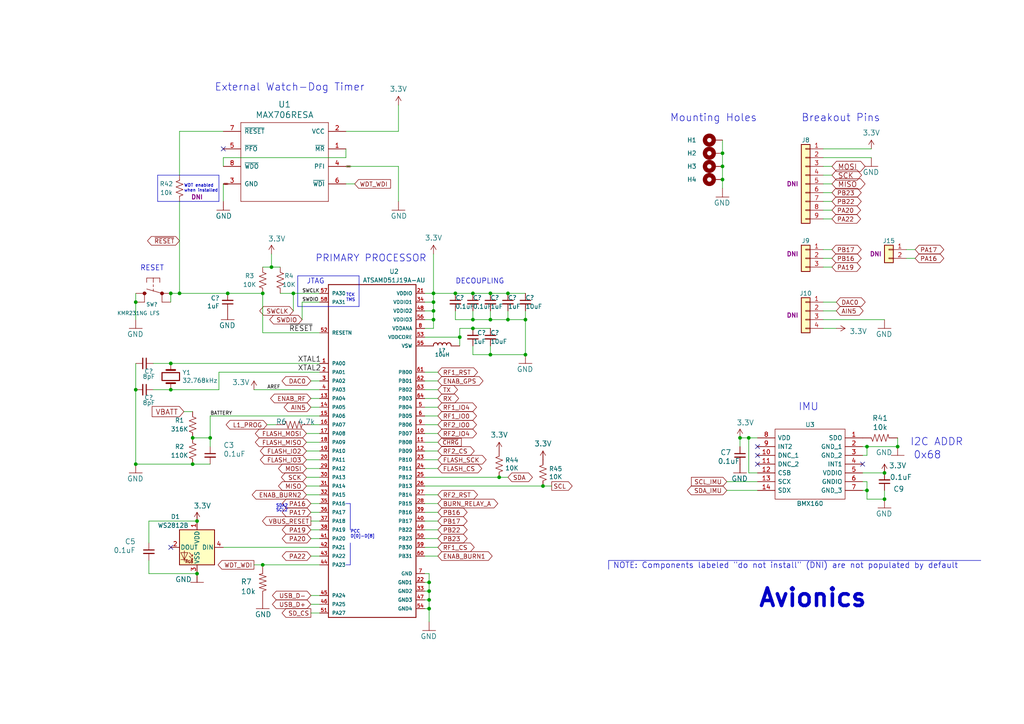
<source format=kicad_sch>
(kicad_sch (version 20230121) (generator eeschema)
  (paper "A4")
  (title_block (title "PyCubed Mainboard") (date "2021-06-09") (rev "v05c") (company "Max Holliday"))
  (junction (at 137.16 95.25))
  (junction (at 142.24 102.87))
  (junction (at 76.2 163.83))
  (junction (at 142.24 85.09))
  (junction (at 147.32 85.09))
  (junction (at 55.88 127))
  (junction (at 124.46 173.99))
  (junction (at 152.4 92.71))
  (junction (at 144.78 138.43))
  (junction (at 251.46 142.24))
  (junction (at 125.73 85.09))
  (junction (at 256.54 137.16))
  (junction (at 39.37 134.62))
  (junction (at 132.08 85.09))
  (junction (at 49.53 85.09))
  (junction (at 256.54 144.78))
  (junction (at 260.35 129.54))
  (junction (at 133.35 97.79))
  (junction (at 125.73 92.71))
  (junction (at 157.48 140.97))
  (junction (at 124.46 176.53))
  (junction (at 209.55 48.26))
  (junction (at 57.15 166.37))
  (junction (at 55.88 134.62))
  (junction (at 125.73 90.17))
  (junction (at 52.07 85.09))
  (junction (at 152.4 102.87))
  (junction (at 209.55 44.45))
  (junction (at 124.46 171.45))
  (junction (at 39.37 87.63))
  (junction (at 124.46 168.91))
  (junction (at 76.2 85.09))
  (junction (at 214.63 127))
  (junction (at 39.37 113.03))
  (junction (at 60.96 127))
  (junction (at 49.53 113.03))
  (junction (at 49.53 105.41))
  (junction (at 125.73 87.63))
  (junction (at 209.55 52.07))
  (junction (at 217.17 127))
  (junction (at 137.16 92.71))
  (junction (at 251.46 129.54))
  (junction (at 78.74 77.47))
  (junction (at 85.09 85.09))
  (junction (at 147.32 92.71))
  (junction (at 137.16 85.09))
  (junction (at 142.24 92.71))
  (junction (at 57.15 151.13))
  (junction (at 66.04 85.09))
  (no_connect (at 219.71 132.08))
  (no_connect (at 219.71 134.62))
  (no_connect (at 250.19 134.62))
  (no_connect (at 49.53 158.75))
  (no_connect (at 64.77 43.18))
  (no_connect (at 219.71 129.54))
  (wire (pts (xy 92.71 123.19) (xy 90.17 123.19)))
  (wire (pts (xy 87.63 87.63) (xy 87.63 92.71)))
  (wire (pts (xy 152.4 92.71) (xy 152.4 102.87)))
  (wire (pts (xy 92.71 161.29) (xy 90.17 161.29)))
  (wire (pts (xy 88.9 125.73) (xy 92.71 125.73)))
  (wire (pts (xy 92.71 115.57) (xy 90.17 115.57)))
  (wire (pts (xy 123.19 173.99) (xy 124.46 173.99)))
  (wire (pts (xy 60.96 129.54) (xy 60.96 127)))
  (wire (pts (xy 43.18 162.56) (xy 43.18 166.37)))
  (polyline (pts (xy 45.72 50.8) (xy 63.5 50.8)))
  (wire (pts (xy 115.57 38.1) (xy 100.33 38.1)))
  (wire (pts (xy 123.19 87.63) (xy 125.73 87.63)))
  (wire (pts (xy 80.01 123.19) (xy 77.47 123.19)))
  (polyline (pts (xy 104.14 88.9) (xy 104.14 80.01)))
  (wire (pts (xy 147.32 92.71) (xy 152.4 92.71)))
  (wire (pts (xy 90.17 177.8) (xy 92.71 177.8)))
  (wire (pts (xy 73.66 113.03) (xy 92.71 113.03)))
  (wire (pts (xy 142.24 92.71) (xy 142.24 90.17)))
  (wire (pts (xy 123.19 156.21) (xy 127 156.21)))
  (wire (pts (xy 238.76 55.88) (xy 241.3 55.88)))
  (wire (pts (xy 125.73 92.71) (xy 125.73 90.17)))
  (wire (pts (xy 53.34 119.38) (xy 55.88 119.38)))
  (wire (pts (xy 52.07 38.1) (xy 52.07 50.8)))
  (wire (pts (xy 39.37 105.41) (xy 39.37 113.03)))
  (wire (pts (xy 132.08 90.17) (xy 132.08 92.71)))
  (wire (pts (xy 123.19 90.17) (xy 125.73 90.17)))
  (wire (pts (xy 238.76 58.42) (xy 241.3 58.42)))
  (wire (pts (xy 251.46 144.78) (xy 256.54 144.78)))
  (wire (pts (xy 49.53 87.63) (xy 49.53 85.09)))
  (polyline (pts (xy 176.53 165.1) (xy 176.53 162.56)))
  (wire (pts (xy 123.19 95.25) (xy 125.73 95.25)))
  (polyline (pts (xy 100.33 146.05) (xy 101.6 146.05)))
  (wire (pts (xy 87.63 87.63) (xy 92.71 87.63)))
  (wire (pts (xy 125.73 90.17) (xy 125.73 87.63)))
  (wire (pts (xy 209.55 48.26) (xy 209.55 52.07)))
  (wire (pts (xy 127 135.89) (xy 123.19 135.89)))
  (wire (pts (xy 52.07 85.09) (xy 66.04 85.09)))
  (wire (pts (xy 123.19 115.57) (xy 127 115.57)))
  (wire (pts (xy 123.19 97.79) (xy 133.35 97.79)))
  (wire (pts (xy 256.54 142.24) (xy 256.54 144.78)))
  (wire (pts (xy 137.16 102.87) (xy 142.24 102.87)))
  (wire (pts (xy 90.17 151.13) (xy 92.71 151.13)))
  (wire (pts (xy 123.19 92.71) (xy 125.73 92.71)))
  (wire (pts (xy 123.19 176.53) (xy 124.46 176.53)))
  (wire (pts (xy 210.82 139.7) (xy 219.71 139.7)))
  (wire (pts (xy 81.28 85.09) (xy 85.09 85.09)))
  (wire (pts (xy 238.76 60.96) (xy 241.3 60.96)))
  (wire (pts (xy 64.77 38.1) (xy 52.07 38.1)))
  (wire (pts (xy 60.96 120.65) (xy 92.71 120.65)))
  (wire (pts (xy 60.96 127) (xy 60.96 120.65)))
  (wire (pts (xy 102.87 53.34) (xy 100.33 53.34)))
  (wire (pts (xy 115.57 48.26) (xy 115.57 58.42)))
  (wire (pts (xy 142.24 85.09) (xy 147.32 85.09)))
  (wire (pts (xy 60.96 134.62) (xy 55.88 134.62)))
  (wire (pts (xy 39.37 87.63) (xy 39.37 92.71)))
  (wire (pts (xy 64.77 158.75) (xy 92.71 158.75)))
  (wire (pts (xy 125.73 87.63) (xy 125.73 85.09)))
  (wire (pts (xy 137.16 95.25) (xy 142.24 95.25)))
  (wire (pts (xy 49.53 105.41) (xy 92.71 105.41)))
  (wire (pts (xy 265.43 74.93) (xy 262.89 74.93)))
  (wire (pts (xy 44.45 105.41) (xy 49.53 105.41)))
  (wire (pts (xy 92.71 148.59) (xy 90.17 148.59)))
  (wire (pts (xy 123.19 151.13) (xy 127 151.13)))
  (wire (pts (xy 123.19 107.95) (xy 127 107.95)))
  (wire (pts (xy 250.19 142.24) (xy 251.46 142.24)))
  (wire (pts (xy 251.46 142.24) (xy 251.46 144.78)))
  (wire (pts (xy 92.71 172.72) (xy 90.17 172.72)))
  (wire (pts (xy 209.55 52.07) (xy 209.55 54.61)))
  (wire (pts (xy 123.19 123.19) (xy 127 123.19)))
  (wire (pts (xy 92.71 133.35) (xy 88.9 133.35)))
  (polyline (pts (xy 86.36 80.01) (xy 86.36 88.9)))
  (wire (pts (xy 209.55 40.64) (xy 209.55 44.45)))
  (wire (pts (xy 127 110.49) (xy 123.19 110.49)))
  (wire (pts (xy 92.71 175.26) (xy 90.17 175.26)))
  (wire (pts (xy 123.19 143.51) (xy 127 143.51)))
  (wire (pts (xy 55.88 134.62) (xy 39.37 134.62)))
  (wire (pts (xy 127 128.27) (xy 123.19 128.27)))
  (wire (pts (xy 238.76 77.47) (xy 241.3 77.47)))
  (wire (pts (xy 137.16 90.17) (xy 137.16 92.71)))
  (wire (pts (xy 250.19 129.54) (xy 251.46 129.54)))
  (wire (pts (xy 133.35 97.79) (xy 133.35 100.33)))
  (wire (pts (xy 92.71 110.49) (xy 90.17 110.49)))
  (wire (pts (xy 49.53 85.09) (xy 52.07 85.09)))
  (wire (pts (xy 124.46 176.53) (xy 124.46 180.34)))
  (polyline (pts (xy 101.6 146.05) (xy 101.6 153.67)))
  (wire (pts (xy 92.71 163.83) (xy 76.2 163.83)))
  (wire (pts (xy 63.5 107.95) (xy 92.71 107.95)))
  (wire (pts (xy 43.18 151.13) (xy 43.18 157.48)))
  (wire (pts (xy 123.19 118.11) (xy 127 118.11)))
  (wire (pts (xy 137.16 92.71) (xy 132.08 92.71)))
  (wire (pts (xy 127 133.35) (xy 123.19 133.35)))
  (polyline (pts (xy 101.6 163.83) (xy 101.6 157.48)))
  (wire (pts (xy 64.77 53.34) (xy 64.77 58.42)))
  (wire (pts (xy 142.24 92.71) (xy 137.16 92.71)))
  (wire (pts (xy 137.16 102.87) (xy 137.16 100.33)))
  (wire (pts (xy 250.19 139.7) (xy 251.46 139.7)))
  (wire (pts (xy 123.19 161.29) (xy 127 161.29)))
  (polyline (pts (xy 104.14 80.01) (xy 86.36 80.01)))
  (wire (pts (xy 124.46 173.99) (xy 124.46 176.53)))
  (wire (pts (xy 85.09 90.17) (xy 85.09 85.09)))
  (wire (pts (xy 124.46 168.91) (xy 124.46 171.45)))
  (polyline (pts (xy 63.5 58.42) (xy 45.72 58.42)))
  (wire (pts (xy 132.08 85.09) (xy 137.16 85.09)))
  (wire (pts (xy 152.4 90.17) (xy 152.4 92.71)))
  (wire (pts (xy 123.19 148.59) (xy 127 148.59)))
  (wire (pts (xy 209.55 44.45) (xy 209.55 48.26)))
  (wire (pts (xy 76.2 77.47) (xy 78.74 77.47)))
  (wire (pts (xy 219.71 137.16) (xy 217.17 137.16)))
  (wire (pts (xy 92.71 96.52) (xy 76.2 96.52)))
  (wire (pts (xy 78.74 77.47) (xy 81.28 77.47)))
  (polyline (pts (xy 176.53 162.56) (xy 284.48 162.56)))
  (wire (pts (xy 88.9 130.81) (xy 92.71 130.81)))
  (wire (pts (xy 92.71 156.21) (xy 90.17 156.21)))
  (wire (pts (xy 133.35 97.79) (xy 133.35 95.25)))
  (wire (pts (xy 251.46 139.7) (xy 251.46 142.24)))
  (wire (pts (xy 127 125.73) (xy 123.19 125.73)))
  (wire (pts (xy 123.19 166.37) (xy 124.46 166.37)))
  (wire (pts (xy 251.46 129.54) (xy 260.35 129.54)))
  (wire (pts (xy 123.19 113.03) (xy 127 113.03)))
  (wire (pts (xy 238.76 74.93) (xy 241.3 74.93)))
  (wire (pts (xy 241.3 48.26) (xy 238.76 48.26)))
  (wire (pts (xy 123.19 138.43) (xy 144.78 138.43)))
  (wire (pts (xy 92.71 118.11) (xy 90.17 118.11)))
  (wire (pts (xy 63.5 113.03) (xy 63.5 107.95)))
  (wire (pts (xy 137.16 85.09) (xy 142.24 85.09)))
  (wire (pts (xy 214.63 129.54) (xy 214.63 127)))
  (wire (pts (xy 39.37 113.03) (xy 39.37 134.62)))
  (wire (pts (xy 142.24 92.71) (xy 147.32 92.71)))
  (wire (pts (xy 123.19 168.91) (xy 124.46 168.91)))
  (polyline (pts (xy 100.33 163.83) (xy 101.6 163.83)))
  (wire (pts (xy 214.63 127) (xy 217.17 127)))
  (wire (pts (xy 210.82 142.24) (xy 219.71 142.24)))
  (wire (pts (xy 76.2 96.52) (xy 76.2 85.09)))
  (polyline (pts (xy 63.5 50.8) (xy 63.5 58.42)))
  (wire (pts (xy 76.2 163.83) (xy 73.66 163.83)))
  (wire (pts (xy 142.24 100.33) (xy 142.24 102.87)))
  (polyline (pts (xy 86.36 88.9) (xy 104.14 88.9)))
  (wire (pts (xy 88.9 128.27) (xy 92.71 128.27)))
  (wire (pts (xy 88.9 140.97) (xy 92.71 140.97)))
  (wire (pts (xy 123.19 158.75) (xy 127 158.75)))
  (wire (pts (xy 133.35 95.25) (xy 137.16 95.25)))
  (wire (pts (xy 147.32 85.09) (xy 152.4 85.09)))
  (wire (pts (xy 242.57 87.63) (xy 238.76 87.63)))
  (wire (pts (xy 238.76 92.71) (xy 256.54 92.71)))
  (wire (pts (xy 238.76 72.39) (xy 241.3 72.39)))
  (wire (pts (xy 147.32 90.17) (xy 147.32 92.71)))
  (wire (pts (xy 123.19 146.05) (xy 127 146.05)))
  (wire (pts (xy 124.46 171.45) (xy 124.46 173.99)))
  (wire (pts (xy 147.32 138.43) (xy 144.78 138.43)))
  (wire (pts (xy 88.9 135.89) (xy 92.71 135.89)))
  (polyline (pts (xy 45.72 58.42) (xy 45.72 50.8)))
  (wire (pts (xy 123.19 85.09) (xy 125.73 85.09)))
  (wire (pts (xy 127 120.65) (xy 123.19 120.65)))
  (wire (pts (xy 142.24 102.87) (xy 152.4 102.87)))
  (wire (pts (xy 39.37 85.09) (xy 39.37 87.63)))
  (wire (pts (xy 260.35 129.54) (xy 260.35 127)))
  (wire (pts (xy 242.57 90.17) (xy 238.76 90.17)))
  (wire (pts (xy 160.02 140.97) (xy 157.48 140.97)))
  (wire (pts (xy 125.73 85.09) (xy 132.08 85.09)))
  (wire (pts (xy 241.3 53.34) (xy 238.76 53.34)))
  (wire (pts (xy 123.19 153.67) (xy 127 153.67)))
  (wire (pts (xy 64.77 45.72) (xy 100.33 45.72)))
  (wire (pts (xy 92.71 143.51) (xy 88.9 143.51)))
  (wire (pts (xy 90.17 146.05) (xy 92.71 146.05)))
  (wire (pts (xy 217.17 137.16) (xy 217.17 127)))
  (wire (pts (xy 123.19 140.97) (xy 157.48 140.97)))
  (wire (pts (xy 251.46 129.54) (xy 251.46 132.08)))
  (wire (pts (xy 43.18 151.13) (xy 57.15 151.13)))
  (wire (pts (xy 100.33 45.72) (xy 100.33 43.18)))
  (wire (pts (xy 217.17 127) (xy 219.71 127)))
  (wire (pts (xy 55.88 127) (xy 60.96 127)))
  (wire (pts (xy 238.76 45.72) (xy 252.73 45.72)))
  (wire (pts (xy 256.54 137.16) (xy 250.19 137.16)))
  (wire (pts (xy 92.71 153.67) (xy 90.17 153.67)))
  (wire (pts (xy 242.57 95.25) (xy 238.76 95.25)))
  (wire (pts (xy 123.19 171.45) (xy 124.46 171.45)))
  (wire (pts (xy 124.46 166.37) (xy 124.46 168.91)))
  (wire (pts (xy 123.19 130.81) (xy 127 130.81)))
  (wire (pts (xy 66.04 85.09) (xy 76.2 85.09)))
  (wire (pts (xy 88.9 138.43) (xy 92.71 138.43)))
  (wire (pts (xy 43.18 166.37) (xy 57.15 166.37)))
  (wire (pts (xy 115.57 38.1) (xy 115.57 30.48)))
  (wire (pts (xy 44.45 113.03) (xy 49.53 113.03)))
  (wire (pts (xy 265.43 72.39) (xy 262.89 72.39)))
  (wire (pts (xy 100.33 48.26) (xy 115.57 48.26)))
  (wire (pts (xy 85.09 85.09) (xy 92.71 85.09)))
  (wire (pts (xy 250.19 132.08) (xy 251.46 132.08)))
  (wire (pts (xy 252.73 43.18) (xy 238.76 43.18)))
  (wire (pts (xy 52.07 58.42) (xy 52.07 85.09)))
  (wire (pts (xy 125.73 85.09) (xy 125.73 73.66)))
  (wire (pts (xy 238.76 63.5) (xy 241.3 63.5)))
  (wire (pts (xy 241.3 50.8) (xy 238.76 50.8)))
  (wire (pts (xy 78.74 73.66) (xy 78.74 77.47)))
  (wire (pts (xy 49.53 113.03) (xy 63.5 113.03)))
  (wire (pts (xy 125.73 95.25) (xy 125.73 92.71)))
  (wire (pts (xy 64.77 48.26) (xy 64.77 45.72)))
  (text "Mounting Holes" (at 194.31 35.56 0) (effects (font (size 2.159 2.159)) (justify left bottom)))
  (text "PRIMARY PROCESSOR" (at 91.44 76.2 0) (effects (font (size 2.0066 2.0066)) (justify left bottom)))
  (text "PCC\nD[0]-D[8]" (at 101.6 156.21 0) (effects (font (size 0.889 0.889)) (justify left bottom)))
  (text "TCK\nTMS" (at 100.33 87.63 0) (effects (font (size 0.889 0.889)) (justify left bottom)))
  (text "SDA2" (at 80.01 147.32 0) (effects (font (size 0.889 0.889)) (justify left bottom)))
  (text "DECOUPLING\n" (at 132.08 82.55 0) (effects (font (size 1.4986 1.4986)) (justify left bottom)))
  (text "SCL2" (at 80.01 148.59 0) (effects (font (size 0.889 0.889)) (justify left bottom)))
  (text "Breakout Pins" (at 232.41 35.56 0) (effects (font (size 2.159 2.159)) (justify left bottom)))
  (text "IMU" (at 237.49 119.38 0) (effects (font (size 2.159 2.159)) (justify right bottom)))
  (text "RESET" (at 40.64 78.74 0) (effects (font (size 1.4986 1.4986)) (justify left bottom)))
  (text "0x68" (at 273.05 133.35 0) (effects (font (size 2.159 2.159)) (justify right bottom)))
  (text "WDT enabled\nwhen installed" (at 53.34 55.88 0) (effects (font (size 0.889 0.889)) (justify left bottom)))
  (text "Avionics" (at 219.71 176.53 0) (effects (font (size 5.08 5.08) (thickness 1.016) bold) (justify left bottom)))
  (text "External Watch-Dog Timer" (at 62.23 26.67 0) (effects (font (size 2.159 2.159)) (justify left bottom)))
  (text "I2C ADDR" (at 279.4 129.54 0) (effects (font (size 2.159 2.159)) (justify right bottom)))
  (text "NOTE: Components labeled \"do not install\" (DNI) are not populated by default" (at 177.8 165.1 0) (effects (font (size 1.651 1.651)) (justify left bottom)))
  (text "JTAG\n" (at 88.9 82.55 0) (effects (font (size 1.4986 1.4986)) (justify left bottom)))
  (label "~{RESET}" (at 83.82 96.52 0) (effects (font (size 1.4986 1.4986))))
  (label "SWDIO" (at 87.63 87.63 0) (effects (font (size 0.9906 0.9906))))
  (label "AREF" (at 77.47 113.03 0) (effects (font (size 1.016 1.016))))
  (label "XTAL1" (at 86.36 105.41 0) (effects (font (size 1.524 1.524))))
  (label "SWCLK" (at 87.63 85.09 0) (effects (font (size 0.9906 0.9906))))
  (label "XTAL2" (at 86.36 107.95 0) (effects (font (size 1.524 1.524))))
  (label "BATTERY" (at 60.96 120.65 0) (effects (font (size 1.016 1.016))))
  (global_label "SDA_IMU" (shape bidirectional) (at 210.82 142.24 180) (property "Intersheetrefs" "${INTERSHEET_REFS}" (effects hide)))
  (global_label "RF1_CS" (shape bidirectional) (at 127 158.75 0) (property "Intersheetrefs" "${INTERSHEET_REFS}" (effects hide)))
  (global_label "MOSI" (shape bidirectional) (at 88.9 135.89 180) (property "Intersheetrefs" "${INTERSHEET_REFS}" (effects hide)))
  (global_label "AIN5" (shape bidirectional) (at 242.57 90.17 0) (property "Intersheetrefs" "${INTERSHEET_REFS}" (effects hide)))
  (global_label "SCL" (shape output) (at 160.02 140.97 0) (property "Intersheetrefs" "${INTERSHEET_REFS}" (effects hide)))
  (global_label "SD_CS" (shape output) (at 90.17 177.8 180) (property "Intersheetrefs" "${INTERSHEET_REFS}" (effects hide)))
  (global_label "WDT_WDI" (shape output) (at 73.66 163.83 180) (property "Intersheetrefs" "${INTERSHEET_REFS}" (effects hide)))
  (global_label "RF1_RST" (shape bidirectional) (at 127 107.95 0) (property "Intersheetrefs" "${INTERSHEET_REFS}" (effects hide)))
  (global_label "PB23" (shape bidirectional) (at 241.3 55.88 0) (property "Intersheetrefs" "${INTERSHEET_REFS}" (effects hide)))
  (global_label "~{CHRG}" (shape input) (at 127 128.27 0) (effects (font (size 1.143 1.143))) (property "Intersheetrefs" "${INTERSHEET_REFS}" (effects hide)))
  (global_label "MISO" (shape bidirectional) (at 241.3 53.34 0) (effects (font (size 1.4986 1.4986))) (property "Intersheetrefs" "${INTERSHEET_REFS}" (effects hide)))
  (global_label "PA17" (shape bidirectional) (at 90.17 148.59 180) (property "Intersheetrefs" "${INTERSHEET_REFS}" (effects hide)))
  (global_label "SCL_IMU" (shape input) (at 210.82 139.7 180) (property "Intersheetrefs" "${INTERSHEET_REFS}" (effects hide)))
  (global_label "MOSI" (shape bidirectional) (at 241.3 48.26 0) (effects (font (size 1.4986 1.4986))) (property "Intersheetrefs" "${INTERSHEET_REFS}" (effects hide)))
  (global_label "FLASH_SCK" (shape bidirectional) (at 127 133.35 0) (property "Intersheetrefs" "${INTERSHEET_REFS}" (effects hide)))
  (global_label "PB16" (shape bidirectional) (at 127 148.59 0) (property "Intersheetrefs" "${INTERSHEET_REFS}" (effects hide)))
  (global_label "PA16" (shape bidirectional) (at 90.17 146.05 180) (property "Intersheetrefs" "${INTERSHEET_REFS}" (effects hide)))
  (global_label "SWDIO" (shape bidirectional) (at 87.63 92.71 180) (property "Intersheetrefs" "${INTERSHEET_REFS}" (effects hide)))
  (global_label "ENAB_RF" (shape bidirectional) (at 90.17 115.57 180) (property "Intersheetrefs" "${INTERSHEET_REFS}" (effects hide)))
  (global_label "GND" (shape bidirectional) (at 100.33 48.26 0) (effects (font (size 0.254 0.254))) (property "Intersheetrefs" "${INTERSHEET_REFS}" (effects hide)))
  (global_label "SCK" (shape bidirectional) (at 241.3 50.8 0) (effects (font (size 1.4986 1.4986))) (property "Intersheetrefs" "${INTERSHEET_REFS}" (effects hide)))
  (global_label "PA16" (shape bidirectional) (at 265.43 74.93 0) (property "Intersheetrefs" "${INTERSHEET_REFS}" (effects hide)))
  (global_label "PB22" (shape bidirectional) (at 127 153.67 0) (property "Intersheetrefs" "${INTERSHEET_REFS}" (effects hide)))
  (global_label "PB23" (shape bidirectional) (at 127 156.21 0) (property "Intersheetrefs" "${INTERSHEET_REFS}" (effects hide)))
  (global_label "PB22" (shape bidirectional) (at 241.3 58.42 0) (property "Intersheetrefs" "${INTERSHEET_REFS}" (effects hide)))
  (global_label "PA20" (shape bidirectional) (at 90.17 156.21 180) (property "Intersheetrefs" "${INTERSHEET_REFS}" (effects hide)))
  (global_label "FLASH_MISO" (shape bidirectional) (at 88.9 128.27 180) (property "Intersheetrefs" "${INTERSHEET_REFS}" (effects hide)))
  (global_label "RF2_IO0" (shape bidirectional) (at 127 123.19 0) (property "Intersheetrefs" "${INTERSHEET_REFS}" (effects hide)))
  (global_label "WDT_WDI" (shape input) (at 102.87 53.34 0) (property "Intersheetrefs" "${INTERSHEET_REFS}" (effects hide)))
  (global_label "RF2_RST" (shape bidirectional) (at 127 143.51 0) (property "Intersheetrefs" "${INTERSHEET_REFS}" (effects hide)))
  (global_label "SDA" (shape bidirectional) (at 147.32 138.43 0) (property "Intersheetrefs" "${INTERSHEET_REFS}" (effects hide)))
  (global_label "PA20" (shape bidirectional) (at 241.3 60.96 0) (property "Intersheetrefs" "${INTERSHEET_REFS}" (effects hide)))
  (global_label "BURN_RELAY_A" (shape bidirectional) (at 127 146.05 0) (property "Intersheetrefs" "${INTERSHEET_REFS}" (effects hide)))
  (global_label "PB16" (shape bidirectional) (at 241.3 74.93 0) (property "Intersheetrefs" "${INTERSHEET_REFS}" (effects hide)))
  (global_label "PB17" (shape bidirectional) (at 241.3 72.39 0) (property "Intersheetrefs" "${INTERSHEET_REFS}" (effects hide)))
  (global_label "TX" (shape bidirectional) (at 127 113.03 0) (property "Intersheetrefs" "${INTERSHEET_REFS}" (effects hide)))
  (global_label "RF2_IO4" (shape bidirectional) (at 127 125.73 0) (property "Intersheetrefs" "${INTERSHEET_REFS}" (effects hide)))
  (global_label "SWCLK" (shape bidirectional) (at 85.09 90.17 180) (property "Intersheetrefs" "${INTERSHEET_REFS}" (effects hide)))
  (global_label "RX" (shape bidirectional) (at 127 115.57 0) (property "Intersheetrefs" "${INTERSHEET_REFS}" (effects hide)))
  (global_label "FLASH_IO3" (shape bidirectional) (at 88.9 133.35 180) (property "Intersheetrefs" "${INTERSHEET_REFS}" (effects hide)))
  (global_label "PA17" (shape bidirectional) (at 265.43 72.39 0) (property "Intersheetrefs" "${INTERSHEET_REFS}" (effects hide)))
  (global_label "VBUS_RESET" (shape output) (at 90.17 151.13 180) (property "Intersheetrefs" "${INTERSHEET_REFS}" (effects hide)))
  (global_label "ENAB_GPS" (shape bidirectional) (at 127 110.49 0) (property "Intersheetrefs" "${INTERSHEET_REFS}" (effects hide)))
  (global_label "~{RESET}" (shape bidirectional) (at 52.07 69.85 180) (property "Intersheetrefs" "${INTERSHEET_REFS}" (effects hide)))
  (global_label "PA19" (shape bidirectional) (at 90.17 153.67 180) (property "Intersheetrefs" "${INTERSHEET_REFS}" (effects hide)))
  (global_label "RF2_CS" (shape bidirectional) (at 127 130.81 0) (property "Intersheetrefs" "${INTERSHEET_REFS}" (effects hide)))
  (global_label "GND" (shape bidirectional) (at 64.77 53.34 0) (effects (font (size 0.254 0.254))) (property "Intersheetrefs" "${INTERSHEET_REFS}" (effects hide)))
  (global_label "AIN5" (shape bidirectional) (at 90.17 118.11 180) (property "Intersheetrefs" "${INTERSHEET_REFS}" (effects hide)))
  (global_label "PA22" (shape bidirectional) (at 90.17 161.29 180) (property "Intersheetrefs" "${INTERSHEET_REFS}" (effects hide)))
  (global_label "RF1_IO0" (shape bidirectional) (at 127 120.65 0) (property "Intersheetrefs" "${INTERSHEET_REFS}" (effects hide)))
  (global_label "ENAB_BURN1" (shape bidirectional) (at 127 161.29 0) (property "Intersheetrefs" "${INTERSHEET_REFS}" (effects hide)))
  (global_label "PB17" (shape bidirectional) (at 127 151.13 0) (property "Intersheetrefs" "${INTERSHEET_REFS}" (effects hide)))
  (global_label "FLASH_IO2" (shape bidirectional) (at 88.9 130.81 180) (property "Intersheetrefs" "${INTERSHEET_REFS}" (effects hide)))
  (global_label "L1_PROG" (shape bidirectional) (at 77.47 123.19 180) (property "Intersheetrefs" "${INTERSHEET_REFS}" (effects hide)))
  (global_label "FLASH_CS" (shape bidirectional) (at 127 135.89 0) (property "Intersheetrefs" "${INTERSHEET_REFS}" (effects hide)))
  (global_label "SCK" (shape bidirectional) (at 88.9 138.43 180) (property "Intersheetrefs" "${INTERSHEET_REFS}" (effects hide)))
  (global_label "DAC0" (shape bidirectional) (at 242.57 87.63 0) (property "Intersheetrefs" "${INTERSHEET_REFS}" (effects hide)))
  (global_label "MISO" (shape bidirectional) (at 88.9 140.97 180) (property "Intersheetrefs" "${INTERSHEET_REFS}" (effects hide)))
  (global_label "RF1_IO4" (shape bidirectional) (at 127 118.11 0) (property "Intersheetrefs" "${INTERSHEET_REFS}" (effects hide)))
  (global_label "VBATT" (shape input) (at 53.34 119.38 180) (effects (font (size 1.4986 1.4986))) (property "Intersheetrefs" "${INTERSHEET_REFS}" (effects hide)))
  (global_label "DAC0" (shape bidirectional) (at 90.17 110.49 180) (property "Intersheetrefs" "${INTERSHEET_REFS}" (effects hide)))
  (global_label "PA19" (shape bidirectional) (at 241.3 77.47 0) (property "Intersheetrefs" "${INTERSHEET_REFS}" (effects hide)))
  (global_label "PA22" (shape bidirectional) (at 241.3 63.5 0) (property "Intersheetrefs" "${INTERSHEET_REFS}" (effects hide)))
  (global_label "ENAB_BURN2" (shape bidirectional) (at 88.9 143.51 180) (property "Intersheetrefs" "${INTERSHEET_REFS}" (effects hide)))
  (global_label "USB_D-" (shape bidirectional) (at 90.17 172.72 180) (property "Intersheetrefs" "${INTERSHEET_REFS}" (effects hide)))
  (global_label "FLASH_MOSI" (shape bidirectional) (at 88.9 125.73 180) (property "Intersheetrefs" "${INTERSHEET_REFS}" (effects hide)))
  (global_label "USB_D+" (shape bidirectional) (at 90.17 175.26 180) (property "Intersheetrefs" "${INTERSHEET_REFS}" (effects hide)))
  (symbol (lib_id "mainboard:GND") (at 64.77 60.96 0) (mirror y) (unit 1)
    (property "Reference" "#GND06" (effects hide))
    (property "Value" "GND" (at 67.31 63.5 0) (effects (font (size 1.4986 1.4986)) (justify left bottom)))
    (instances (project "mainboard" (path "" (reference "#GND06") (unit 1)) (path "" (reference "#GND?") (unit 1))))
  )
  (symbol (lib_id "mainboard:3.3V") (at 115.57 30.48 0) (mirror y) (unit 1)
    (property "Reference" "#SUPPLY01" (effects hide))
    (property "Value" "3.3V" (at 118.11 26.67 0) (effects (font (size 1.4986 1.4986)) (justify left bottom)))
    (instances (project "mainboard" (path "" (reference "#SUPPLY01") (unit 1)) (path "" (reference "#SUPPLY?") (unit 1))))
  )
  (symbol (lib_id "mainboard:C_Small") (at 256.54 139.7 0) (mirror x) (unit 1)
    (property "Reference" "C9" (at 259.08 140.97 0) (effects (font (size 1.4986 1.4986)) (justify left bottom)))
    (property "Value" "0.1uF" (at 258.064 137.541 0) (effects (font (size 1.4986 1.4986)) (justify left bottom)))
    (property "Footprint" "Capacitor_SMD:C_0603_1608Metric" (effects hide))
    (property "Description" "0.1uF +-10% 50V X7R 0603" (effects hide))
    (instances (project "mainboard" (path "" (reference "C9") (unit 1)) (path "" (reference "C?") (unit 1))))
  )
  (symbol (lib_id "mainboard:GND") (at 76.2 176.53 0) (mirror y) (unit 1)
    (property "Reference" "#GND010" (effects hide))
    (property "Value" "GND" (at 78.74 179.07 0) (effects (font (size 1.4986 1.4986)) (justify left bottom)))
    (instances (project "mainboard" (path "" (reference "#GND010") (unit 1)) (path "" (reference "#GND?") (unit 1))))
  )
  (symbol (lib_id "mainboard:C_Small") (at 152.4 87.63 0) (unit 1)
    (property "Reference" "C?" (at 152.4 86.36 0) (effects (justify left)))
    (property "Value" "10uF" (at 152.4 88.9 0) (effects (justify left)))
    (property "Footprint" "Capacitor_SMD:C_0603_1608Metric" (effects hide))
    (property "Description" "10uF +-20% 10V X5R" (effects hide))
    (instances (project "mainboard" (path "" (reference "C?") (unit 1)) (path "" (reference "C16") (unit 1))))
  )
  (symbol (lib_id "mainboard:C_Small") (at 147.32 87.63 0) (unit 1)
    (property "Reference" "C?" (at 147.32 86.36 0) (effects (justify left)))
    (property "Value" "1uF" (at 147.32 88.9 0) (effects (justify left)))
    (property "Footprint" "Capacitor_SMD:C_0603_1608Metric" (effects hide))
    (property "Description" "1uF 0603 X7R" (effects hide))
    (instances (project "mainboard" (path "" (reference "C?") (unit 1)) (path "" (reference "C15") (unit 1))))
  )
  (symbol (lib_id "mainboard:C_Small") (at 142.24 87.63 0) (unit 1)
    (property "Reference" "C?" (at 142.24 86.36 0) (effects (justify left)))
    (property "Value" "1uF" (at 142.24 88.9 0) (effects (justify left)))
    (property "Footprint" "Capacitor_SMD:C_0603_1608Metric" (effects hide))
    (property "Description" "1uF 0603 X7R" (effects hide))
    (instances (project "mainboard" (path "" (reference "C?") (unit 1)) (path "" (reference "C13") (unit 1))))
  )
  (symbol (lib_id "mainboard:C_Small") (at 66.04 87.63 0) (mirror x) (unit 1)
    (property "Reference" "C?" (at 63.7032 86.4616 0) (effects (justify right)))
    (property "Value" "1uF" (at 63.7032 88.773 0) (effects (justify right)))
    (property "Footprint" "Capacitor_SMD:C_0603_1608Metric" (effects hide))
    (property "Description" "1uF 0603 X7R" (effects hide))
    (instances (project "mainboard" (path "" (reference "C?") (unit 1)) (path "" (reference "C4") (unit 1))))
  )
  (symbol (lib_id "mainboard:C_Small") (at 137.16 97.79 0) (mirror x) (unit 1)
    (property "Reference" "C?" (at 140.97 96.52 0) (effects (justify right)))
    (property "Value" "1uF" (at 140.97 99.06 0) (effects (justify right)))
    (property "Footprint" "Capacitor_SMD:C_0603_1608Metric" (effects hide))
    (property "Description" "1uF 0603 X7R" (effects hide))
    (instances (project "mainboard" (path "" (reference "C?") (unit 1)) (path "" (reference "C12") (unit 1))))
  )
  (symbol (lib_id "mainboard:INDUCTOR-Adafruit_Feather_M4_Express-eagle-import-lab64_SAM32-rescue-SAMD-10-rescue-SAM32-rescue") (at 128.27 100.33 0) (mirror y) (unit 1)
    (property "Reference" "L?" (at 128.27 101.6 0) (effects (font (size 1.0668 1.0668))))
    (property "Value" "10uH" (at 128.27 102.87 0) (effects (font (size 1.0668 1.0668))))
    (property "Footprint" "Inductor_SMD:L_0805_2012Metric_Pad1.15x1.40mm_HandSolder" (effects hide))
    (property "Description" "10uH Unshielded 0805" (effects hide))
    (property "Flight" "MGFL2012F100MT-LF" (effects hide))
    (property "Manufacturer_Name" "MicroGate" (effects hide))
    (property "Manufacturer_Part_Number" "MGFL2012F100MT-LF" (effects hide))
    (property "Proto" "MGFL2012F100MT-LF" (effects hide))
    (instances (project "mainboard" (path "" (reference "L?") (unit 1)) (path "" (reference "L1") (unit 1))))
  )
  (symbol (lib_id "mainboard:C_Small") (at 142.24 97.79 0) (mirror y) (unit 1)
    (property "Reference" "C?" (at 142.24 96.52 0) (effects (justify right)))
    (property "Value" "10uF" (at 142.24 99.06 0) (effects (justify right)))
    (property "Footprint" "Capacitor_SMD:C_0603_1608Metric" (effects hide))
    (property "Description" "10uF +-20% 10V X5R" (effects hide))
    (instances (project "mainboard" (path "" (reference "C?") (unit 1)) (path "" (reference "C14") (unit 1))))
  )
  (symbol (lib_id "mainboard:SWITCH_SMT4.6X2.8") (at 44.45 85.09 0) (mirror y) (unit 1)
    (property "Reference" "SW?" (at 45.72 88.9 0) (effects (font (size 1.0668 1.0668)) (justify left bottom)))
    (property "Value" "KMR231NG LFS" (at 46.355 91.44 0) (effects (font (size 1.0668 1.0668)) (justify left bottom)))
    (property "Footprint" "mainboard:BTN_KMR2_4.6X2.8" (effects hide))
    (property "Datasheet" "https://www.ckswitches.com/media/1479/kmr2.pdf" (effects hide))
    (property "Description" "Tactile Switch SPST-NO" (effects hide))
    (property "Flight" "KMR231NG LFS" (effects hide))
    (property "Manufacturer_Name" "C&K" (effects hide))
    (property "Manufacturer_Part_Number" "KMR231NG LFS" (effects hide))
    (property "Proto" "KMR231NG LFS" (effects hide))
    (instances (project "mainboard" (path "" (reference "SW?") (unit 1)) (path "" (reference "SW1") (unit 1))))
  )
  (symbol (lib_id "mainboard:C_Small") (at 41.91 105.41 270) (mirror x) (unit 1)
    (property "Reference" "C?" (at 43.1546 107.696 90))
    (property "Value" "8pF" (at 43.18 109.22 90))
    (property "Footprint" "Capacitor_SMD:C_0603_1608Metric" (effects hide))
    (property "Description" "8pF +-0.25pF 50V C0G 0603" (effects hide))
    (instances (project "mainboard" (path "" (reference "C?") (unit 1)) (path "" (reference "C1") (unit 1))))
  )
  (symbol (lib_id "mainboard:C_Small") (at 41.91 113.03 270) (mirror x) (unit 1)
    (property "Reference" "C?" (at 43.1546 115.316 90))
    (property "Value" "8pF" (at 43.18 116.84 90))
    (property "Footprint" "Capacitor_SMD:C_0603_1608Metric" (effects hide))
    (property "Description" "8pF +-0.25pF 50V C0G 0603" (effects hide))
    (instances (project "mainboard" (path "" (reference "C?") (unit 1)) (path "" (reference "C2") (unit 1))))
  )
  (symbol (lib_id "Device:R_US") (at 55.88 123.19 0) (unit 1)
    (property "Reference" "R1" (at 52.07 121.92 0))
    (property "Value" "316K" (at 52.07 124.46 0))
    (property "Footprint" "Resistor_SMD:R_0603_1608Metric" (effects hide))
    (property "Description" "316K 0603" (effects hide))
  )
  (symbol (lib_id "Device:R_US") (at 81.28 81.28 0) (unit 1)
    (property "Reference" "R4" (at 83.82 80.01 0))
    (property "Value" "10K" (at 83.82 82.55 0))
    (property "Footprint" "Resistor_SMD:R_0603_1608Metric" (effects hide))
    (property "Description" "10K 0603" (effects hide))
  )
  (symbol (lib_id "Device:R_US") (at 76.2 81.28 0) (unit 1)
    (property "Reference" "R3" (at 72.39 80.01 0))
    (property "Value" "10K" (at 72.39 82.55 0))
    (property "Footprint" "Resistor_SMD:R_0603_1608Metric" (effects hide))
    (property "Description" "10K 0603" (effects hide))
  )
  (symbol (lib_id "Device:R_US") (at 55.88 130.81 180) (unit 1)
    (property "Reference" "R2" (at 52.07 129.54 0))
    (property "Value" "110K" (at 52.07 132.08 0))
    (property "Footprint" "Resistor_SMD:R_0603_1608Metric" (effects hide))
    (property "Description" "110K 0603" (effects hide))
  )
  (symbol (lib_name "ATSAMD51J20A-AU-ATSAMD51J20A-AU-lab64_SAM32-rescue-lab64_SAM32-rescue-SAMD-10-rescue-SAM32-rescue_2") (lib_id "mainboard:ATSAMD51J20A-AU-ATSAMD51J20A-AU-lab64_SAM32-rescue-lab64_SAM32-rescue-SAMD-10-rescue-SAM32-rescue") (at 107.95 130.81 0) (unit 1)
    (property "Reference" "U2" (at 114.3 78.74 0))
    (property "Value" "ATSAMD51J19A-AU" (at 114.3 81.28 0))
    (property "Footprint" "mainboard:QFP50P1200X1200X120-64N" (effects hide))
    (property "Datasheet" "https://ww1.microchip.com/downloads/en/DeviceDoc/SAM_D5x_E5x_Family_Data_Sheet_DS60001507G.pdf" (effects hide))
    (property "Description" "Microcontroller" (effects hide))
    (property "Flight" "ATSAMD51J19A-AU" (effects hide))
    (property "Manufacturer_Name" "Microchip Technology" (effects hide))
    (property "Manufacturer_Part_Number" "ATSAMD51J19A-AU" (effects hide))
    (property "Proto" "ATSAMD51J19A-AU" (effects hide))
  )
  (symbol (lib_id "mainboard:C_Small") (at 137.16 87.63 0) (unit 1)
    (property "Reference" "C?" (at 137.16 86.36 0) (effects (justify left)))
    (property "Value" "0.1uF" (at 137.16 88.9 0) (effects (justify left)))
    (property "Footprint" "Capacitor_SMD:C_0603_1608Metric" (effects hide))
    (property "Description" "0.1uF +-10% 50V X7R 0603" (effects hide))
    (instances (project "mainboard" (path "" (reference "C?") (unit 1)) (path "" (reference "C11") (unit 1))))
  )
  (symbol (lib_id "mainboard:3.3V") (at 125.73 73.66 0) (unit 1)
    (property "Reference" "#SUPPLY04" (effects hide))
    (property "Value" "3.3V" (at 123.19 69.85 0) (effects (font (size 1.4986 1.4986)) (justify left bottom)))
    (instances (project "mainboard" (path "" (reference "#SUPPLY04") (unit 1)) (path "" (reference "#SUPPLY?") (unit 1))))
  )
  (symbol (lib_id "mainboard:3.3V") (at 78.74 73.66 0) (unit 1)
    (property "Reference" "#SUPPLY02" (effects hide))
    (property "Value" "3.3V" (at 77.724 70.104 0) (effects (font (size 1.4986 1.4986)) (justify left bottom)))
    (instances (project "mainboard" (path "" (reference "#SUPPLY02") (unit 1)) (path "" (reference "#SUPPLY?") (unit 1))))
  )
  (symbol (lib_id "mainboard:GND") (at 124.46 182.88 0) (unit 1)
    (property "Reference" "#GND08" (effects hide))
    (property "Value" "GND" (at 121.92 185.42 0) (effects (font (size 1.4986 1.4986)) (justify left bottom)))
    (instances (project "mainboard" (path "" (reference "#GND08") (unit 1)) (path "" (reference "#GND?") (unit 1))))
  )
  (symbol (lib_id "mainboard:GND") (at 57.15 168.91 0) (unit 1)
    (property "Reference" "#GND05" (effects hide))
    (property "Value" "GND" (at 50.8 168.91 0) (effects (font (size 1.4986 1.4986)) (justify left bottom)))
    (instances (project "mainboard" (path "" (reference "#GND05") (unit 1)) (path "" (reference "#GND?") (unit 1))))
  )
  (symbol (lib_id "mainboard:GND") (at 152.4 105.41 0) (unit 1)
    (property "Reference" "#GND09" (effects hide))
    (property "Value" "GND" (at 149.86 107.95 0) (effects (font (size 1.4986 1.4986)) (justify left bottom)))
    (instances (project "mainboard" (path "" (reference "#GND09") (unit 1)) (path "" (reference "#GND?") (unit 1))))
  )
  (symbol (lib_id "mainboard:GND") (at 66.04 92.71 0) (unit 1)
    (property "Reference" "#GND04" (effects hide))
    (property "Value" "GND" (at 63.5 95.25 0) (effects (font (size 1.4986 1.4986)) (justify left bottom)))
    (instances (project "mainboard" (path "" (reference "#GND04") (unit 1)) (path "" (reference "#GND?") (unit 1))))
  )
  (symbol (lib_id "mainboard:GND") (at 39.37 137.16 0) (unit 1)
    (property "Reference" "#GND03" (effects hide))
    (property "Value" "GND" (at 36.83 139.7 0) (effects (font (size 1.4986 1.4986)) (justify left bottom)))
    (instances (project "mainboard" (path "" (reference "#GND03") (unit 1)) (path "" (reference "#GND?") (unit 1))))
  )
  (symbol (lib_id "mainboard:GND") (at 39.37 95.25 0) (unit 1)
    (property "Reference" "#GND02" (effects hide))
    (property "Value" "GND" (at 36.83 97.79 0) (effects (font (size 1.4986 1.4986)) (justify left bottom)))
    (instances (project "mainboard" (path "" (reference "#GND02") (unit 1)) (path "" (reference "#GND?") (unit 1))))
  )
  (symbol (lib_id "mainboard:C_Small") (at 60.96 132.08 0) (mirror y) (unit 1)
    (property "Reference" "C3" (at 64.77 128.27 0) (effects (font (size 1.4986 1.4986)) (justify right top)))
    (property "Value" "0.1uF" (at 64.77 130.81 0) (effects (font (size 1.4986 1.4986)) (justify right top)))
    (property "Footprint" "Capacitor_SMD:C_0603_1608Metric" (effects hide))
    (property "Description" "0.1uF +-10% 50V X7R 0603" (effects hide))
    (instances (project "mainboard" (path "" (reference "C3") (unit 1)) (path "" (reference "C?") (unit 1))))
  )
  (symbol (lib_id "mainboard:3.3V") (at 73.66 113.03 0) (unit 1)
    (property "Reference" "#SUPPLY0101" (effects hide))
    (property "Value" "3.3V" (at 67.31 111.76 0) (effects (font (size 1.4986 1.4986)) (justify left bottom)))
    (instances (project "mainboard" (path "" (reference "#SUPPLY0101") (unit 1)) (path "" (reference "#SUPPLY?") (unit 1))))
  )
  (symbol (lib_id "Connector_Generic:Conn_01x09") (at 233.68 53.34 0) (mirror y) (unit 1)
    (property "Reference" "J8" (at 233.68 40.64 0))
    (property "Value" "Conn_01x09" (effects hide))
    (property "Footprint" "Connector_PinHeader_2.54mm:PinHeader_1x09_P2.54mm_Vertical" (effects hide))
    (property "DNI" "DNI" (at 229.87 53.34 0) (effects (font bold)))
    (property "Description" "Vertical Header - 0.1in (2.54mm)" (effects hide))
  )
  (symbol (lib_id "mainboard:3.3V") (at 252.73 43.18 0) (mirror y) (unit 1)
    (property "Reference" "#SUPPLY0111" (effects hide))
    (property "Value" "3.3V" (at 255.27 39.37 0) (effects (font (size 1.4986 1.4986)) (justify left bottom)))
    (instances (project "mainboard" (path "" (reference "#SUPPLY0111") (unit 1)) (path "" (reference "#SUPPLY?") (unit 1))))
  )
  (symbol (lib_id "mainboard:GND") (at 252.73 48.26 0) (unit 1)
    (property "Reference" "#GND0101" (effects hide))
    (property "Value" "GND" (at 250.19 50.8 0) (effects (font (size 1.4986 1.4986)) (justify left bottom)))
    (instances (project "mainboard" (path "" (reference "#GND0101") (unit 1)) (path "" (reference "#GND?") (unit 1))))
  )
  (symbol (lib_id "Device:Crystal") (at 49.53 109.22 270) (unit 1)
    (property "Reference" "Y1" (at 52.8574 108.0516 90) (effects (justify left)))
    (property "Value" "32.768kHz" (at 52.8574 110.363 90) (effects (justify left)))
    (property "Footprint" "Crystal:Crystal_SMD_3215-2Pin_3.2x1.5mm" (effects hide))
    (property "Datasheet" "https://abracon.com/Resonators/ABS07.pdf" (effects hide))
    (property "Description" "32.768kHz Crystal Oscillator" (effects hide))
    (property "Flight" "ABS07-32.768KHZ-T" (effects hide))
    (property "Manufacturer_Name" "Abracon LLC" (effects hide))
    (property "Manufacturer_Part_Number" "SC-32S32.768kHz20PPM7pF" (effects hide))
    (property "Proto" "SC-32S32.768kHz20PPM7pF" (effects hide))
  )
  (symbol (lib_id "mainboard:C_Small") (at 132.08 87.63 0) (unit 1)
    (property "Reference" "C?" (at 132.08 86.36 0) (effects (justify left)))
    (property "Value" "0.1uF" (at 132.08 88.9 0) (effects (justify left)))
    (property "Footprint" "Capacitor_SMD:C_0603_1608Metric" (effects hide))
    (property "Description" "0.1uF +-10% 50V X7R 0603" (effects hide))
    (instances (project "mainboard" (path "" (reference "C?") (unit 1)) (path "" (reference "C10") (unit 1))))
  )
  (symbol (lib_id "Device:R_US") (at 52.07 54.61 0) (mirror x) (unit 1)
    (property "Reference" "R42" (at 48.26 53.34 0))
    (property "Value" "10k" (at 48.26 55.88 0))
    (property "Footprint" "Resistor_SMD:R_0603_1608Metric" (effects hide))
    (property "DNI" "DNI" (at 57.15 57.15 0) (effects (font bold)))
    (property "Description" "10k 0603" (effects hide))
  )
  (symbol (lib_id "Mechanical:MountingHole_Pad") (at 207.01 40.64 90) (unit 1)
    (property "Reference" "H1" (at 200.66 40.64 90))
    (property "Value" "MountingHole_Pad" (effects hide))
    (property "Footprint" "MountingHole:MountingHole_3.2mm_M3_DIN965_Pad" (effects hide))
    (property "DNI" "DNI" (effects hide))
  )
  (symbol (lib_id "mainboard:GND") (at 209.55 57.15 0) (unit 1)
    (property "Reference" "#GND0102" (effects hide))
    (property "Value" "GND" (at 207.01 59.69 0) (effects (font (size 1.4986 1.4986)) (justify left bottom)))
    (instances (project "mainboard" (path "" (reference "#GND0102") (unit 1)) (path "" (reference "#GND?") (unit 1))))
  )
  (symbol (lib_id "Mechanical:MountingHole_Pad") (at 207.01 44.45 90) (unit 1)
    (property "Reference" "H2" (at 200.66 44.45 90))
    (property "Value" "MountingHole_Pad" (effects hide))
    (property "Footprint" "MountingHole:MountingHole_3.2mm_M3_DIN965_Pad" (effects hide))
    (property "DNI" "DNI" (effects hide))
  )
  (symbol (lib_id "Mechanical:MountingHole_Pad") (at 207.01 48.26 90) (unit 1)
    (property "Reference" "H3" (at 200.66 48.26 90))
    (property "Value" "MountingHole_Pad" (effects hide))
    (property "Footprint" "MountingHole:MountingHole_3.2mm_M3_DIN965_Pad" (effects hide))
    (property "DNI" "DNI" (effects hide))
  )
  (symbol (lib_id "Mechanical:MountingHole_Pad") (at 207.01 52.07 90) (unit 1)
    (property "Reference" "H4" (at 200.66 52.07 90))
    (property "Value" "MountingHole_Pad" (effects hide))
    (property "Footprint" "MountingHole:MountingHole_3.2mm_M3_DIN965_Pad" (effects hide))
    (property "DNI" "DNI" (effects hide))
  )
  (symbol (lib_id "Device:R_US") (at 144.78 134.62 0) (mirror y) (unit 1)
    (property "Reference" "R44" (at 146.5072 133.4516 0) (effects (justify right)))
    (property "Value" "10K" (at 146.5072 135.763 0) (effects (justify right)))
    (property "Footprint" "Resistor_SMD:R_0603_1608Metric" (effects hide))
    (property "Description" "10K 0603" (effects hide))
  )
  (symbol (lib_id "Device:R_US") (at 157.48 137.16 0) (mirror y) (unit 1)
    (property "Reference" "R45" (at 159.2072 135.9916 0) (effects (justify right)))
    (property "Value" "10K" (at 159.2072 138.303 0) (effects (justify right)))
    (property "Footprint" "Resistor_SMD:R_0603_1608Metric" (effects hide))
    (property "Description" "10K 0603" (effects hide))
  )
  (symbol (lib_id "mainboard:MAX708RESA-T") (at 102.87 40.64 0) (mirror y) (unit 1)
    (property "Reference" "U1" (at 82.55 30.2768 0) (effects (font (size 1.7526 1.7526))))
    (property "Value" "MAX706RESA" (at 82.55 33.3248 0) (effects (font (size 1.7526 1.7526))))
    (property "Footprint" "Package_SO:SO-8_3.9x4.9mm_P1.27mm" (effects hide))
    (property "Datasheet" "https://datasheets.maximintegrated.com/en/ds/MAX706AP-MAX708T.pdf" (effects hide))
    (property "Description" "Watch-dog Timer" (effects hide))
    (property "Flight" "MAX706RESA" (effects hide))
    (property "Manufacturer_Name" "Maxim Integrated" (effects hide))
    (property "Manufacturer_Part_Number" "MAX706RESA" (effects hide))
    (property "Proto" "MAX706RESA" (effects hide))
  )
  (symbol (lib_id "LED:WS2812B") (at 57.15 158.75 0) (mirror y) (unit 1)
    (property "Reference" "D1" (at 49.53 149.86 0) (effects (justify right)))
    (property "Value" "WS2812B" (at 45.72 152.4 0) (effects (justify right)))
    (property "Footprint" "LED_SMD:LED_WS2812B_PLCC4_5.0x5.0mm_P3.2mm" (effects hide))
    (property "Datasheet" "https://cdn-shop.adafruit.com/datasheets/WS2812B.pdf" (effects hide))
    (property "Description" "RGB LED \"Neopixel\"" (effects hide))
    (property "Flight" "WS2812B-B" (effects hide))
    (property "Manufacturer_Name" "Worldsemi" (effects hide))
    (property "Manufacturer_Part_Number" "WS2812B-B" (effects hide))
    (property "Proto" "WS2812B-B" (effects hide))
  )
  (symbol (lib_id "mainboard:3.3V") (at 242.57 95.25 270) (mirror x) (unit 1)
    (property "Reference" "#SUPPLY0115" (effects hide))
    (property "Value" "3.3V" (at 246.38 95.25 90) (effects (font (size 1.4986 1.4986)) (justify left bottom)))
    (instances (project "mainboard" (path "" (reference "#SUPPLY0115") (unit 1)) (path "" (reference "#SUPPLY?") (unit 1))))
  )
  (symbol (lib_id "mainboard:GND") (at 256.54 95.25 0) (unit 1)
    (property "Reference" "#GND0111" (effects hide))
    (property "Value" "GND" (at 254 97.79 0) (effects (font (size 1.4986 1.4986)) (justify left bottom)))
    (instances (project "mainboard" (path "" (reference "#GND0111") (unit 1)) (path "" (reference "#GND?") (unit 1))))
  )
  (symbol (lib_id "mainboard:3.3V") (at 57.15 151.13 0) (unit 1)
    (property "Reference" "#SUPPLY0117" (effects hide))
    (property "Value" "3.3V" (at 56.134 147.574 0) (effects (font (size 1.4986 1.4986)) (justify left bottom)))
    (instances (project "mainboard" (path "" (reference "#SUPPLY0117") (unit 1)) (path "" (reference "#SUPPLY?") (unit 1))))
  )
  (symbol (lib_id "mainboard:BMX160") (at 250.19 127 0) (mirror y) (unit 1)
    (property "Reference" "U3" (at 234.95 123.19 0))
    (property "Value" "BMX160" (at 234.95 146.05 0))
    (property "Footprint" "mainboard:BMX160" (effects hide))
    (property "Datasheet" "https://ae-bst.resource.bosch.com/media/_tech/media/datasheets/BST-BMX160-DS000.pdf" (effects hide))
    (property "Description" "IMUs - Inertial Measurement Units 9-axis (9DOF) Absolute Orientation MEMS Sensor" (effects hide))
    (property "Flight" "BMX160" (effects hide))
    (property "Manufacturer_Name" "Bosch Sensortec" (effects hide))
    (property "Manufacturer_Part_Number" "BMX160" (effects hide))
    (property "Proto" "BMX160" (effects hide))
  )
  (symbol (lib_id "mainboard:GND") (at 256.54 147.32 0) (unit 1)
    (property "Reference" "#GND0112" (effects hide))
    (property "Value" "GND" (at 254 149.86 0) (effects (font (size 1.4986 1.4986)) (justify left bottom)))
    (instances (project "mainboard" (path "" (reference "#GND0112") (unit 1)) (path "" (reference "#GND?") (unit 1))))
  )
  (symbol (lib_id "mainboard:GND") (at 260.35 132.08 0) (unit 1)
    (property "Reference" "#GND0113" (effects hide))
    (property "Value" "GND" (at 254 132.08 0) (effects (font (size 1.4986 1.4986)) (justify left bottom)))
    (instances (project "mainboard" (path "" (reference "#GND0113") (unit 1)) (path "" (reference "#GND?") (unit 1))))
  )
  (symbol (lib_id "mainboard:3.3V") (at 144.78 130.81 0) (unit 1)
    (property "Reference" "#SUPPLY0118" (effects hide))
    (property "Value" "3.3V" (at 142.24 127 0) (effects (font (size 1.4986 1.4986)) (justify left bottom)))
    (instances (project "mainboard" (path "" (reference "#SUPPLY0118") (unit 1)) (path "" (reference "#SUPPLY?") (unit 1))))
  )
  (symbol (lib_id "mainboard:GND") (at 214.63 137.16 0) (unit 1)
    (property "Reference" "#GND0114" (effects hide))
    (property "Value" "GND" (at 212.09 139.7 0) (effects (font (size 1.4986 1.4986)) (justify left bottom)))
    (instances (project "mainboard" (path "" (reference "#GND0114") (unit 1)) (path "" (reference "#GND?") (unit 1))))
  )
  (symbol (lib_id "mainboard:R-US_R0603") (at 255.27 127 0) (mirror x) (unit 1)
    (property "Reference" "R41" (at 255.27 121.2596 0) (effects (font (size 1.4986 1.4986))))
    (property "Value" "10k" (at 255.27 123.9266 0) (effects (font (size 1.4986 1.4986))))
    (property "Footprint" "Resistor_SMD:R_0603_1608Metric" (effects hide))
    (property "Description" "10k 0603" (effects hide))
    (instances (project "mainboard" (path "" (reference "R41") (unit 1)) (path "" (reference "R?") (unit 1))))
  )
  (symbol (lib_id "mainboard:C_Small") (at 43.18 160.02 0) (unit 1)
    (property "Reference" "C5" (at 39.37 156.21 0) (effects (font (size 1.4986 1.4986)) (justify right top)))
    (property "Value" "0.1uF" (at 39.37 158.75 0) (effects (font (size 1.4986 1.4986)) (justify right top)))
    (property "Footprint" "Capacitor_SMD:C_0603_1608Metric" (effects hide))
    (property "Description" "0.1uF +-10% 50V X7R 0603" (effects hide))
    (instances (project "mainboard" (path "" (reference "C5") (unit 1)) (path "" (reference "C?") (unit 1))))
  )
  (symbol (lib_id "mainboard:3.3V") (at 256.54 137.16 0) (unit 1)
    (property "Reference" "#SUPPLY09" (effects hide))
    (property "Value" "3.3V" (at 257.81 135.89 0) (effects (font (size 1.4986 1.4986)) (justify left bottom)))
    (instances (project "mainboard" (path "" (reference "#SUPPLY09") (unit 1)) (path "" (reference "#SUPPLY?") (unit 1))))
  )
  (symbol (lib_id "Connector_Generic:Conn_01x02") (at 257.81 72.39 0) (mirror y) (unit 1)
    (property "Reference" "J15" (at 257.81 69.85 0))
    (property "Value" "Conn_01x02" (effects hide))
    (property "Footprint" "mainboard:PinHeader_CUSTOM3" (effects hide))
    (property "DNI" "DNI" (at 254 73.66 0) (effects (font bold)))
    (property "Description" "2-pin Vertical Header - 0.1in (2.54mm)" (effects hide))
  )
  (symbol (lib_id "mainboard:3.3V") (at 214.63 127 0) (unit 1)
    (property "Reference" "#SUPPLY03" (effects hide))
    (property "Value" "3.3V" (at 213.614 123.444 0) (effects (font (size 1.4986 1.4986)) (justify left bottom)))
    (instances (project "mainboard" (path "" (reference "#SUPPLY03") (unit 1)) (path "" (reference "#SUPPLY?") (unit 1))))
  )
  (symbol (lib_id "mainboard:3.3V") (at 157.48 133.35 0) (unit 1)
    (property "Reference" "#SUPPLY05" (effects hide))
    (property "Value" "3.3V" (at 154.94 129.54 0) (effects (font (size 1.4986 1.4986)) (justify left bottom)))
    (instances (project "mainboard" (path "" (reference "#SUPPLY05") (unit 1)) (path "" (reference "#SUPPLY?") (unit 1))))
  )
  (symbol (lib_id "Connector_Generic:Conn_01x03") (at 233.68 74.93 0) (mirror y) (unit 1)
    (property "Reference" "J9" (at 233.68 69.85 0))
    (property "Value" "Conn_01x03" (effects hide))
    (property "Footprint" "Connector_PinHeader_2.54mm:PinHeader_1x03_P2.54mm_Vertical" (effects hide))
    (property "DNI" "DNI" (at 229.87 73.66 0) (effects (font bold)))
    (property "Description" "Vertical Header - 0.1in (2.54mm)" (effects hide))
  )
  (symbol (lib_id "Connector_Generic:Conn_01x04") (at 233.68 90.17 0) (mirror y) (unit 1)
    (property "Reference" "J10" (at 233.68 85.09 0))
    (property "Value" "Conn_01x04" (effects hide))
    (property "Footprint" "Connector_PinHeader_2.54mm:PinHeader_1x04_P2.54mm_Vertical" (effects hide))
    (property "DNI" "DNI" (at 229.87 91.44 0) (effects (font bold)))
    (property "Description" "Vertical Header - 0.1in (2.54mm)" (effects hide))
  )
  (symbol (lib_id "mainboard:C_Small") (at 214.63 132.08 0) (mirror y) (unit 1)
    (property "Reference" "C7" (at 212.09 132.08 0) (effects (font (size 1.4986 1.4986)) (justify left bottom)))
    (property "Value" "0.1uF" (at 214.63 134.62 0) (effects (font (size 1.4986 1.4986)) (justify left bottom)))
    (property "Footprint" "Capacitor_SMD:C_0603_1608Metric" (effects hide))
    (property "Description" "0.1uF +-10% 50V X7R 0603" (effects hide))
    (instances (project "mainboard" (path "" (reference "C7") (unit 1)) (path "" (reference "C?") (unit 1))))
  )
  (symbol (lib_id "mainboard:GND") (at 115.57 60.96 0) (mirror y) (unit 1)
    (property "Reference" "#GND01" (effects hide))
    (property "Value" "GND" (at 118.11 63.5 0) (effects (font (size 1.4986 1.4986)) (justify left bottom)))
    (instances (project "mainboard" (path "" (reference "#GND01") (unit 1)) (path "" (reference "#GND?") (unit 1))))
  )
  (symbol (lib_id "mainboard:10KOHM-1_10W-1%(0603)0603") (at 85.09 123.19 0) (unit 1)
    (property "Reference" "R6" (at 80.01 123.19 0) (effects (font (size 1.4986 1.4986)) (justify left bottom)))
    (property "Value" "4.7k" (at 86.36 123.19 0) (effects (font (size 1.4986 1.4986)) (justify left bottom)))
    (property "Footprint" "Resistor_SMD:R_0603_1608Metric" (effects hide))
    (property "Description" "4.7k 0603" (effects hide))
    (instances (project "mainboard" (path "" (reference "R6") (unit 1)) (path "" (reference "R?") (unit 1))))
  )
  (symbol (lib_id "mainboard:R-US_R0603") (at 76.2 168.91 270) (mirror x) (unit 1)
    (property "Reference" "R7" (at 69.85 167.8686 90) (effects (font (size 1.4986 1.4986)) (justify left bottom)))
    (property "Value" "10k" (at 69.85 170.688 90) (effects (font (size 1.4986 1.4986)) (justify left bottom)))
    (property "Footprint" "Resistor_SMD:R_0603_1608Metric" (effects hide))
    (property "Description" "10k 0603" (effects hide))
    (instances (project "mainboard" (path "" (reference "R7") (unit 1)) (path "" (reference "R?") (unit 1))))
  )
)
</source>
